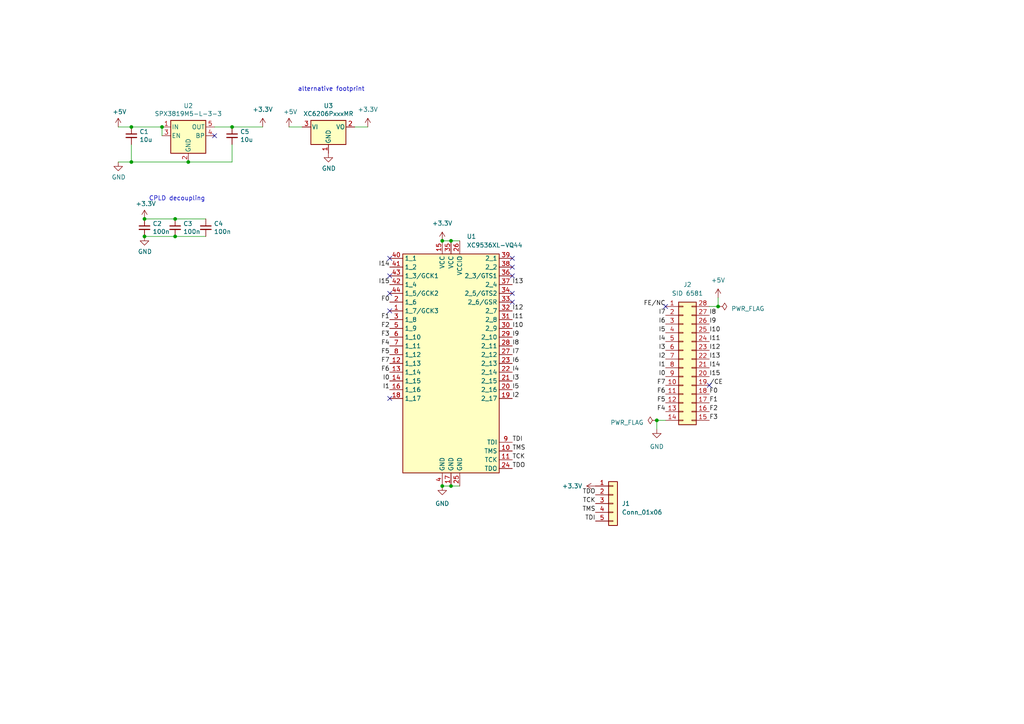
<source format=kicad_sch>
(kicad_sch (version 20230121) (generator eeschema)
  (paper "A4")
  (title_block (title "C64-PLA") (date "2023-02-19") (rev "v0.1") (company "FLACO 2023") (comment 1 "Adapted from https://github.com/1c3d1v3r/neatPLA"))
  (lib_symbols
    (symbol "Connector_Generic:Conn_01x05" (pin_names (offset 1.016) hide)
      (property "Reference" "J" (at 0 7.62 0))
      (property "Value" "Conn_01x05" (at 0 -7.62 0))
      (symbol "Conn_01x05_1_1"
        (rectangle (start -1.27 -4.953) (end 0 -5.207) (stroke (width 0.1524)))
        (rectangle (start -1.27 -2.413) (end 0 -2.667) (stroke (width 0.1524)))
        (rectangle (start -1.27 0.127) (end 0 -0.127) (stroke (width 0.1524)))
        (rectangle (start -1.27 2.667) (end 0 2.413) (stroke (width 0.1524)))
        (rectangle (start -1.27 5.207) (end 0 4.953) (stroke (width 0.1524)))
        (rectangle (start -1.27 6.35) (end 1.27 -6.35) (stroke (width 0.254)) (fill (type background)))
        (pin passive line (at -5.08 5.08 0) (length 3.81) (name "Pin_1") (number "1"))
        (pin passive line (at -5.08 2.54 0) (length 3.81) (name "Pin_2") (number "2"))
        (pin passive line (at -5.08 0 0) (length 3.81) (name "Pin_3") (number "3"))
        (pin passive line (at -5.08 -2.54 0) (length 3.81) (name "Pin_4") (number "4"))
        (pin passive line (at -5.08 -5.08 0) (length 3.81) (name "Pin_5") (number "5"))
      )
    )
    (symbol "Connector_Generic:Conn_02x14_Counter_Clockwise" (pin_names (offset 1.016) hide)
      (property "Reference" "J" (at 1.27 17.78 0))
      (property "Value" "Conn_02x14_Counter_Clockwise" (at 1.27 -20.32 0))
      (symbol "Conn_02x14_Counter_Clockwise_1_1"
        (rectangle (start -1.27 -17.653) (end 0 -17.907) (stroke (width 0.1524)))
        (rectangle (start -1.27 -15.113) (end 0 -15.367) (stroke (width 0.1524)))
        (rectangle (start -1.27 -12.573) (end 0 -12.827) (stroke (width 0.1524)))
        (rectangle (start -1.27 -10.033) (end 0 -10.287) (stroke (width 0.1524)))
        (rectangle (start -1.27 -7.493) (end 0 -7.747) (stroke (width 0.1524)))
        (rectangle (start -1.27 -4.953) (end 0 -5.207) (stroke (width 0.1524)))
        (rectangle (start -1.27 -2.413) (end 0 -2.667) (stroke (width 0.1524)))
        (rectangle (start -1.27 0.127) (end 0 -0.127) (stroke (width 0.1524)))
        (rectangle (start -1.27 2.667) (end 0 2.413) (stroke (width 0.1524)))
        (rectangle (start -1.27 5.207) (end 0 4.953) (stroke (width 0.1524)))
        (rectangle (start -1.27 7.747) (end 0 7.493) (stroke (width 0.1524)))
        (rectangle (start -1.27 10.287) (end 0 10.033) (stroke (width 0.1524)))
        (rectangle (start -1.27 12.827) (end 0 12.573) (stroke (width 0.1524)))
        (rectangle (start -1.27 15.367) (end 0 15.113) (stroke (width 0.1524)))
        (rectangle (start -1.27 16.51) (end 3.81 -19.05) (stroke (width 0.254)) (fill (type background)))
        (rectangle (start 3.81 -17.653) (end 2.54 -17.907) (stroke (width 0.1524)))
        (rectangle (start 3.81 -15.113) (end 2.54 -15.367) (stroke (width 0.1524)))
        (rectangle (start 3.81 -12.573) (end 2.54 -12.827) (stroke (width 0.1524)))
        (rectangle (start 3.81 -10.033) (end 2.54 -10.287) (stroke (width 0.1524)))
        (rectangle (start 3.81 -7.493) (end 2.54 -7.747) (stroke (width 0.1524)))
        (rectangle (start 3.81 -4.953) (end 2.54 -5.207) (stroke (width 0.1524)))
        (rectangle (start 3.81 -2.413) (end 2.54 -2.667) (stroke (width 0.1524)))
        (rectangle (start 3.81 0.127) (end 2.54 -0.127) (stroke (width 0.1524)))
        (rectangle (start 3.81 2.667) (end 2.54 2.413) (stroke (width 0.1524)))
        (rectangle (start 3.81 5.207) (end 2.54 4.953) (stroke (width 0.1524)))
        (rectangle (start 3.81 7.747) (end 2.54 7.493) (stroke (width 0.1524)))
        (rectangle (start 3.81 10.287) (end 2.54 10.033) (stroke (width 0.1524)))
        (rectangle (start 3.81 12.827) (end 2.54 12.573) (stroke (width 0.1524)))
        (rectangle (start 3.81 15.367) (end 2.54 15.113) (stroke (width 0.1524)))
        (pin passive line (at -5.08 15.24 0) (length 3.81) (name "Pin_1") (number "1"))
        (pin passive line (at -5.08 -7.62 0) (length 3.81) (name "Pin_10") (number "10"))
        (pin passive line (at -5.08 -10.16 0) (length 3.81) (name "Pin_11") (number "11"))
        (pin passive line (at -5.08 -12.7 0) (length 3.81) (name "Pin_12") (number "12"))
        (pin passive line (at -5.08 -15.24 0) (length 3.81) (name "Pin_13") (number "13"))
        (pin passive line (at -5.08 -17.78 0) (length 3.81) (name "Pin_14") (number "14"))
        (pin passive line (at 7.62 -17.78 180) (length 3.81) (name "Pin_15") (number "15"))
        (pin passive line (at 7.62 -15.24 180) (length 3.81) (name "Pin_16") (number "16"))
        (pin passive line (at 7.62 -12.7 180) (length 3.81) (name "Pin_17") (number "17"))
        (pin passive line (at 7.62 -10.16 180) (length 3.81) (name "Pin_18") (number "18"))
        (pin passive line (at 7.62 -7.62 180) (length 3.81) (name "Pin_19") (number "19"))
        (pin passive line (at -5.08 12.7 0) (length 3.81) (name "Pin_2") (number "2"))
        (pin passive line (at 7.62 -5.08 180) (length 3.81) (name "Pin_20") (number "20"))
        (pin passive line (at 7.62 -2.54 180) (length 3.81) (name "Pin_21") (number "21"))
        (pin passive line (at 7.62 0 180) (length 3.81) (name "Pin_22") (number "22"))
        (pin passive line (at 7.62 2.54 180) (length 3.81) (name "Pin_23") (number "23"))
        (pin passive line (at 7.62 5.08 180) (length 3.81) (name "Pin_24") (number "24"))
        (pin passive line (at 7.62 7.62 180) (length 3.81) (name "Pin_25") (number "25"))
        (pin passive line (at 7.62 10.16 180) (length 3.81) (name "Pin_26") (number "26"))
        (pin passive line (at 7.62 12.7 180) (length 3.81) (name "Pin_27") (number "27"))
        (pin passive line (at 7.62 15.24 180) (length 3.81) (name "Pin_28") (number "28"))
        (pin passive line (at -5.08 10.16 0) (length 3.81) (name "Pin_3") (number "3"))
        (pin passive line (at -5.08 7.62 0) (length 3.81) (name "Pin_4") (number "4"))
        (pin passive line (at -5.08 5.08 0) (length 3.81) (name "Pin_5") (number "5"))
        (pin passive line (at -5.08 2.54 0) (length 3.81) (name "Pin_6") (number "6"))
        (pin passive line (at -5.08 0 0) (length 3.81) (name "Pin_7") (number "7"))
        (pin passive line (at -5.08 -2.54 0) (length 3.81) (name "Pin_8") (number "8"))
        (pin passive line (at -5.08 -5.08 0) (length 3.81) (name "Pin_9") (number "9"))
      )
    )
    (symbol "Device:C_Small" (pin_numbers hide) (pin_names (offset 0.254) hide)
      (property "Reference" "C" (at 0.254 1.778 0))
      (property "Value" "C_Small" (at 0.254 -2.032 0))
      (symbol "C_Small_0_1"
        (polyline (pts (xy -1.524 -0.508) (xy 1.524 -0.508)) (stroke (width 0.3302)))
        (polyline (pts (xy -1.524 0.508) (xy 1.524 0.508)) (stroke (width 0.3048)))
      )
      (symbol "C_Small_1_1"
        (pin passive line (at 0 2.54 270) (length 2.032) (name "~") (number "1"))
        (pin passive line (at 0 -2.54 90) (length 2.032) (name "~") (number "2"))
      )
    )
    (symbol "Regulator_Linear:SPX3819M5-L-3-3" (pin_names (offset 0.254))
      (property "Reference" "U" (at -3.81 5.715 0))
      (property "Value" "SPX3819M5-L-3-3" (at 0 5.715 0))
      (symbol "SPX3819M5-L-3-3_0_1"
        (rectangle (start -5.08 4.445) (end 5.08 -5.08) (stroke (width 0.254)) (fill (type background)))
      )
      (symbol "SPX3819M5-L-3-3_1_1"
        (pin power_in line (at -7.62 2.54 0) (length 2.54) (name "IN") (number "1"))
        (pin power_in line (at 0 -7.62 90) (length 2.54) (name "GND") (number "2"))
        (pin input line (at -7.62 0 0) (length 2.54) (name "EN") (number "3"))
        (pin input line (at 7.62 0 180) (length 2.54) (name "BP") (number "4"))
        (pin power_out line (at 7.62 2.54 180) (length 2.54) (name "OUT") (number "5"))
      )
    )
    (symbol "Regulator_Linear:XC6206PxxxMR" (pin_names (offset 0.254))
      (property "Reference" "U" (at -3.81 3.175 0))
      (property "Value" "XC6206PxxxMR" (at 0 3.175 0))
      (symbol "XC6206PxxxMR_0_1"
        (rectangle (start -5.08 1.905) (end 5.08 -5.08) (stroke (width 0.254)) (fill (type background)))
      )
      (symbol "XC6206PxxxMR_1_1"
        (pin power_in line (at 0 -7.62 90) (length 2.54) (name "GND") (number "1"))
        (pin power_out line (at 7.62 0 180) (length 2.54) (name "VO") (number "2"))
        (pin power_in line (at -7.62 0 0) (length 2.54) (name "VI") (number "3"))
      )
    )
    (symbol "Sassa:XC9536XL-VQ44"
      (property "Reference" "U" (at -13.97 33.02 0))
      (property "Value" "XC9536XL-VQ44" (at -13.97 -33.02 0))
      (symbol "XC9536XL-VQ44_1_1"
        (rectangle (start -13.97 31.75) (end 13.97 -31.75) (stroke (width 0.254)) (fill (type background)))
        (pin bidirectional line (at -17.78 15.24 0) (length 3.81) (name "1_7/GCK3") (number "1"))
        (pin input line (at 17.78 -25.4 180) (length 3.81) (name "TMS") (number "10"))
        (pin input line (at 17.78 -27.94 180) (length 3.81) (name "TCK") (number "11"))
        (pin bidirectional line (at -17.78 0 0) (length 3.81) (name "1_13") (number "12"))
        (pin bidirectional line (at -17.78 -2.54 0) (length 3.81) (name "1_14") (number "13"))
        (pin bidirectional line (at -17.78 -5.08 0) (length 3.81) (name "1_15") (number "14"))
        (pin power_in line (at -2.54 35.56 270) (length 3.81) (name "VCC") (number "15"))
        (pin bidirectional line (at -17.78 -7.62 0) (length 3.81) (name "1_16") (number "16"))
        (pin power_in line (at 0 -35.56 90) (length 3.81) (name "GND") (number "17"))
        (pin bidirectional line (at -17.78 -10.16 0) (length 3.81) (name "1_17") (number "18"))
        (pin bidirectional line (at 17.78 -10.16 180) (length 3.81) (name "2_17") (number "19"))
        (pin bidirectional line (at -17.78 17.78 0) (length 3.81) (name "1_6") (number "2"))
        (pin bidirectional line (at 17.78 -7.62 180) (length 3.81) (name "2_16") (number "20"))
        (pin bidirectional line (at 17.78 -5.08 180) (length 3.81) (name "2_15") (number "21"))
        (pin bidirectional line (at 17.78 -2.54 180) (length 3.81) (name "2_14") (number "22"))
        (pin bidirectional line (at 17.78 0 180) (length 3.81) (name "2_13") (number "23"))
        (pin output line (at 17.78 -30.48 180) (length 3.81) (name "TDO") (number "24"))
        (pin power_in line (at 2.54 -35.56 90) (length 3.81) (name "GND") (number "25"))
        (pin power_in line (at 2.54 35.56 270) (length 3.81) (name "VCCIO") (number "26"))
        (pin bidirectional line (at 17.78 2.54 180) (length 3.81) (name "2_12") (number "27"))
        (pin bidirectional line (at 17.78 5.08 180) (length 3.81) (name "2_11") (number "28"))
        (pin bidirectional line (at 17.78 7.62 180) (length 3.81) (name "2_10") (number "29"))
        (pin bidirectional line (at -17.78 12.7 0) (length 3.81) (name "1_8") (number "3"))
        (pin bidirectional line (at 17.78 10.16 180) (length 3.81) (name "2_9") (number "30"))
        (pin bidirectional line (at 17.78 12.7 180) (length 3.81) (name "2_8") (number "31"))
        (pin bidirectional line (at 17.78 15.24 180) (length 3.81) (name "2_7") (number "32"))
        (pin bidirectional line (at 17.78 17.78 180) (length 3.81) (name "2_6/GSR") (number "33"))
        (pin bidirectional line (at 17.78 20.32 180) (length 3.81) (name "2_5/GTS2") (number "34"))
        (pin power_in line (at 0 35.56 270) (length 3.81) (name "VCC") (number "35"))
        (pin bidirectional line (at 17.78 25.4 180) (length 3.81) (name "2_3/GTS1") (number "36"))
        (pin bidirectional line (at 17.78 22.86 180) (length 3.81) (name "2_4") (number "37"))
        (pin bidirectional line (at 17.78 27.94 180) (length 3.81) (name "2_2") (number "38"))
        (pin bidirectional line (at 17.78 30.48 180) (length 3.81) (name "2_1") (number "39"))
        (pin power_in line (at -2.54 -35.56 90) (length 3.81) (name "GND") (number "4"))
        (pin bidirectional line (at -17.78 30.48 0) (length 3.81) (name "1_1") (number "40"))
        (pin bidirectional line (at -17.78 27.94 0) (length 3.81) (name "1_2") (number "41"))
        (pin bidirectional line (at -17.78 22.86 0) (length 3.81) (name "1_4") (number "42"))
        (pin bidirectional line (at -17.78 25.4 0) (length 3.81) (name "1_3/GCK1") (number "43"))
        (pin bidirectional line (at -17.78 20.32 0) (length 3.81) (name "1_5/GCK2") (number "44"))
        (pin bidirectional line (at -17.78 10.16 0) (length 3.81) (name "1_9") (number "5"))
        (pin bidirectional line (at -17.78 7.62 0) (length 3.81) (name "1_10") (number "6"))
        (pin bidirectional line (at -17.78 5.08 0) (length 3.81) (name "1_11") (number "7"))
        (pin bidirectional line (at -17.78 2.54 0) (length 3.81) (name "1_12") (number "8"))
        (pin input line (at 17.78 -22.86 180) (length 3.81) (name "TDI") (number "9"))
      )
    )
    (symbol "power:+3.3V" (power) (pin_names (offset 0))
      (property "Value" "+3.3V" (at 0 3.556 0))
      (symbol "+3.3V_0_1"
        (polyline (pts (xy -0.762 1.27) (xy 0 2.54)))
        (polyline (pts (xy 0 0) (xy 0 2.54)))
        (polyline (pts (xy 0 2.54) (xy 0.762 1.27)))
      )
      (symbol "+3.3V_1_1"
        (pin power_in line (at 0 0 90) (length 0) hide (name "+3.3V") (number "1"))
      )
    )
    (symbol "power:+5V" (power) (pin_names (offset 0))
      (property "Value" "+5V" (at 0 3.556 0))
      (symbol "+5V_0_1"
        (polyline (pts (xy -0.762 1.27) (xy 0 2.54)))
        (polyline (pts (xy 0 0) (xy 0 2.54)))
        (polyline (pts (xy 0 2.54) (xy 0.762 1.27)))
      )
      (symbol "+5V_1_1"
        (pin power_in line (at 0 0 90) (length 0) hide (name "+5V") (number "1"))
      )
    )
    (symbol "power:GND" (power) (pin_names (offset 0))
      (property "Value" "GND" (at 0 -3.81 0))
      (symbol "GND_0_1"
        (polyline (pts (xy 0 0) (xy 0 -1.27) (xy 1.27 -1.27) (xy 0 -2.54) (xy -1.27 -1.27) (xy 0 -1.27)))
      )
      (symbol "GND_1_1"
        (pin power_in line (at 0 0 270) (length 0) hide (name "GND") (number "1"))
      )
    )
    (symbol "power:PWR_FLAG" (power) (pin_numbers hide) (pin_names (offset 0) hide)
      (property "Value" "PWR_FLAG" (at 0 3.81 0))
      (symbol "PWR_FLAG_0_0"
        (pin power_out line (at 0 0 90) (length 0) (name "pwr") (number "1"))
      )
      (symbol "PWR_FLAG_0_1"
        (polyline (pts (xy 0 0) (xy 0 1.27) (xy -1.016 1.905) (xy 0 2.54) (xy 1.016 1.905) (xy 0 1.27)))
      )
    )
  )
  (junction (at 38.1 36.83))
  (junction (at 41.91 68.58))
  (junction (at 208.28 88.9))
  (junction (at 130.81 140.97))
  (junction (at 128.27 69.85))
  (junction (at 50.8 68.58))
  (junction (at 67.31 36.83))
  (junction (at 41.91 63.5))
  (junction (at 50.8 63.5))
  (junction (at 54.61 46.99))
  (junction (at 46.99 36.83))
  (junction (at 190.5 121.92))
  (junction (at 128.27 140.97))
  (junction (at 130.81 69.85))
  (junction (at 38.1 46.99))
  (no_connect (at 148.59 74.93))
  (no_connect (at 148.59 85.09))
  (no_connect (at 193.04 88.9))
  (no_connect (at 113.03 80.01))
  (no_connect (at 113.03 74.93))
  (no_connect (at 113.03 90.17))
  (no_connect (at 148.59 80.01))
  (no_connect (at 148.59 77.47))
  (no_connect (at 205.74 111.76))
  (no_connect (at 113.03 115.57))
  (no_connect (at 148.59 87.63))
  (no_connect (at 113.03 85.09))
  (no_connect (at 62.23 39.37))
  (wire (pts (xy 130.81 69.85) (xy 133.35 69.85)))
  (wire (pts (xy 62.23 36.83) (xy 67.31 36.83)))
  (wire (pts (xy 102.87 36.83) (xy 106.68 36.83)))
  (wire (pts (xy 67.31 36.83) (xy 76.2 36.83)))
  (wire (pts (xy 38.1 46.99) (xy 54.61 46.99)))
  (wire (pts (xy 128.27 140.97) (xy 130.81 140.97)))
  (wire (pts (xy 46.99 36.83) (xy 38.1 36.83)))
  (wire (pts (xy 190.5 121.92) (xy 190.5 124.46)))
  (wire (pts (xy 208.28 88.9) (xy 208.28 86.36)))
  (wire (pts (xy 38.1 36.83) (xy 34.29 36.83)))
  (wire (pts (xy 50.8 63.5) (xy 41.91 63.5)))
  (wire (pts (xy 67.31 41.91) (xy 67.31 46.99)))
  (wire (pts (xy 50.8 68.58) (xy 41.91 68.58)))
  (wire (pts (xy 193.04 121.92) (xy 190.5 121.92)))
  (wire (pts (xy 87.63 36.83) (xy 83.82 36.83)))
  (wire (pts (xy 59.69 63.5) (xy 50.8 63.5)))
  (wire (pts (xy 205.74 88.9) (xy 208.28 88.9)))
  (wire (pts (xy 67.31 46.99) (xy 54.61 46.99)))
  (wire (pts (xy 34.29 46.99) (xy 38.1 46.99)))
  (wire (pts (xy 46.99 39.37) (xy 46.99 36.83)))
  (wire (pts (xy 59.69 68.58) (xy 50.8 68.58)))
  (wire (pts (xy 38.1 41.91) (xy 38.1 46.99)))
  (wire (pts (xy 128.27 69.85) (xy 130.81 69.85)))
  (wire (pts (xy 130.81 140.97) (xy 133.35 140.97)))
  (text "CPLD decoupling" (at 43.18 58.42 0) (effects (font (size 1.27 1.27)) (justify left bottom)))
  (text "alternative footprint" (at 86.36 26.67 0) (effects (font (size 1.27 1.27)) (justify left bottom)))
  (label "I4" (at 193.04 99.06 180))
  (label "I3" (at 193.04 101.6 180))
  (label "I3" (at 148.59 110.49 0))
  (label "I11" (at 148.59 92.71 0))
  (label "I14" (at 205.74 106.68 0))
  (label "I5" (at 148.59 113.03 0))
  (label "I2" (at 193.04 104.14 180))
  (label "I12" (at 205.74 101.6 0))
  (label "I2" (at 148.59 115.57 0))
  (label "I15" (at 113.03 82.55 180))
  (label "F0" (at 205.74 114.3 0))
  (label "F2" (at 113.03 95.25 180))
  (label "TCK" (at 148.59 133.35 0))
  (label "I0" (at 113.03 110.49 180))
  (label "F7" (at 193.04 111.76 180))
  (label "TDI" (at 148.59 128.27 0))
  (label "I5" (at 193.04 96.52 180))
  (label "I8" (at 205.74 91.44 0))
  (label "I1" (at 193.04 106.68 180))
  (label "I11" (at 205.74 99.06 0))
  (label "F7" (at 113.03 105.41 180))
  (label "F2" (at 205.74 119.38 0))
  (label "F6" (at 113.03 107.95 180))
  (label "I0" (at 193.04 109.22 180))
  (label "F3" (at 113.03 97.79 180))
  (label "F4" (at 193.04 119.38 180))
  (label "TMS" (at 148.59 130.81 0))
  (label "FE{slash}NC" (at 193.04 88.9 180))
  (label "I7" (at 193.04 91.44 180))
  (label "I9" (at 205.74 93.98 0))
  (label "TCK" (at 172.72 146.05 180))
  (label "I6" (at 193.04 93.98 180))
  (label "I13" (at 148.59 82.55 0))
  (label "F3" (at 205.74 121.92 0))
  (label "F0" (at 113.03 87.63 180))
  (label "I7" (at 148.59 102.87 0))
  (label "I8" (at 148.59 100.33 0))
  (label "I9" (at 148.59 97.79 0))
  (label "TDO" (at 172.72 143.51 180))
  (label "I15" (at 205.74 109.22 0))
  (label "TMS" (at 172.72 148.59 180))
  (label "I14" (at 113.03 77.47 180))
  (label "I10" (at 148.59 95.25 0))
  (label "F1" (at 113.03 92.71 180))
  (label "F5" (at 193.04 116.84 180))
  (label "I13" (at 205.74 104.14 0))
  (label "F4" (at 113.03 100.33 180))
  (label "TDI" (at 172.72 151.13 180))
  (label "F6" (at 193.04 114.3 180))
  (label "I1" (at 113.03 113.03 180))
  (label "{slash}CE" (at 205.74 111.76 0))
  (label "I6" (at 148.59 105.41 0))
  (label "F5" (at 113.03 102.87 180))
  (label "F1" (at 205.74 116.84 0))
  (label "I4" (at 148.59 107.95 0))
  (label "I10" (at 205.74 96.52 0))
  (label "TDO" (at 148.59 135.89 0))
  (label "I12" (at 148.59 90.17 0))
  (symbol (lib_id "power:+5V") (at 83.82 36.83 0) (unit 1)
    (property "Reference" "#PWR06" (effects hide))
    (property "Value" "+5V" (at 84.201 32.4358 0))
  )
  (symbol (lib_id "power:GND") (at 41.91 68.58 0) (unit 1)
    (property "Reference" "#PWR04" (effects hide))
    (property "Value" "GND" (at 42.037 72.9742 0))
  )
  (symbol (lib_id "Regulator_Linear:SPX3819M5-L-3-3") (at 54.61 39.37 0) (unit 1)
    (property "Reference" "U2" (at 54.61 30.6832 0))
    (property "Value" "SPX3819M5-L-3-3" (at 54.61 32.9946 0))
    (property "Footprint" "Package_TO_SOT_SMD:SOT-23-5" (effects hide))
    (property "Datasheet" "https://www.exar.com/content/document.ashx?id=22106&languageid=1033&type=Datasheet&partnumber=SPX3819&filename=SPX3819.pdf&part=SPX3819" (effects hide))
  )
  (symbol (lib_id "Regulator_Linear:XC6206PxxxMR") (at 95.25 36.83 0) (unit 1)
    (property "Reference" "U3" (at 95.25 30.6832 0))
    (property "Value" "XC6206PxxxMR" (at 95.25 32.9946 0))
    (property "Footprint" "Sassa:SOT-23" (effects hide))
    (property "Datasheet" "https://www.torexsemi.com/file/xc6206/XC6206.pdf" (effects hide))
  )
  (symbol (lib_id "power:+5V") (at 34.29 36.83 0) (unit 1)
    (property "Reference" "#PWR01" (effects hide))
    (property "Value" "+5V" (at 34.671 32.4358 0))
  )
  (symbol (lib_id "power:PWR_FLAG") (at 208.28 88.9 270) (unit 1)
    (property "Reference" "#FLG02" (effects hide))
    (property "Value" "PWR_FLAG" (at 212.09 89.535 90) (effects (justify left)))
  )
  (symbol (lib_id "Device:C_Small") (at 41.91 66.04 0) (unit 1)
    (property "Reference" "C2" (at 44.2468 64.8716 0) (effects (justify left)))
    (property "Value" "100n" (at 44.2468 67.183 0) (effects (justify left)))
    (property "Footprint" "Capacitor_SMD:C_0805_2012Metric" (effects hide))
  )
  (symbol (lib_id "power:GND") (at 34.29 46.99 0) (unit 1)
    (property "Reference" "#PWR02" (effects hide))
    (property "Value" "GND" (at 34.417 51.3842 0))
  )
  (symbol (lib_id "Connector_Generic:Conn_01x05") (at 177.8 146.05 0) (unit 1)
    (property "Reference" "J1" (at 180.34 146.0499 0) (effects (justify left)))
    (property "Value" "Conn_01x06" (at 180.34 148.5899 0) (effects (justify left)))
    (property "Footprint" "Connector_PinHeader_2.54mm:PinHeader_1x05_P2.54mm_Vertical" (effects hide))
  )
  (symbol (lib_id "power:+3.3V") (at 41.91 63.5 0) (unit 1)
    (property "Reference" "#PWR03" (effects hide))
    (property "Value" "+3.3V" (at 42.291 59.1058 0))
  )
  (symbol (lib_id "Connector_Generic:Conn_02x14_Counter_Clockwise") (at 198.12 104.14 0) (unit 1)
    (property "Reference" "J2" (at 199.39 82.55 0))
    (property "Value" "SID 6581" (at 199.39 85.09 0))
    (property "Footprint" "Sassa:DIP-28_W15.24mm_BigPads1.4" (effects hide))
  )
  (symbol (lib_id "Device:C_Small") (at 67.31 39.37 0) (unit 1)
    (property "Reference" "C5" (at 69.6468 38.2016 0) (effects (justify left)))
    (property "Value" "10u" (at 69.6468 40.513 0) (effects (justify left)))
    (property "Footprint" "Capacitor_SMD:C_0805_2012Metric" (effects hide))
  )
  (symbol (lib_id "power:GND") (at 190.5 124.46 0) (unit 1)
    (property "Reference" "#PWR013" (effects hide))
    (property "Value" "GND" (at 190.5 129.54 0))
  )
  (symbol (lib_id "Sassa:XC9536XL-VQ44") (at 130.81 105.41 0) (unit 1)
    (property "Reference" "U1" (at 135.3694 68.58 0) (effects (justify left)))
    (property "Value" "XC9536XL-VQ44" (at 135.3694 71.12 0) (effects (justify left)))
    (property "Footprint" "Package_QFP:LQFP-44_10x10mm_P0.8mm" (effects hide))
    (property "Datasheet" "xilinx/xc9536xl.pdf" (effects hide))
  )
  (symbol (lib_id "Device:C_Small") (at 50.8 66.04 0) (unit 1)
    (property "Reference" "C3" (at 53.1368 64.8716 0) (effects (justify left)))
    (property "Value" "100n" (at 53.1368 67.183 0) (effects (justify left)))
    (property "Footprint" "Capacitor_SMD:C_0805_2012Metric" (effects hide))
  )
  (symbol (lib_id "power:+5V") (at 208.28 86.36 0) (unit 1)
    (property "Reference" "#PWR014" (effects hide))
    (property "Value" "+5V" (at 208.28 81.28 0))
  )
  (symbol (lib_id "Device:C_Small") (at 59.69 66.04 0) (unit 1)
    (property "Reference" "C4" (at 62.0268 64.8716 0) (effects (justify left)))
    (property "Value" "100n" (at 62.0268 67.183 0) (effects (justify left)))
    (property "Footprint" "Capacitor_SMD:C_0805_2012Metric" (effects hide))
  )
  (symbol (lib_id "Device:C_Small") (at 38.1 39.37 0) (unit 1)
    (property "Reference" "C1" (at 40.4368 38.2016 0) (effects (justify left)))
    (property "Value" "10u" (at 40.4368 40.513 0) (effects (justify left)))
    (property "Footprint" "Capacitor_SMD:C_0805_2012Metric" (effects hide))
  )
  (symbol (lib_id "power:PWR_FLAG") (at 190.5 121.92 90) (unit 1)
    (property "Reference" "#FLG01" (effects hide))
    (property "Value" "PWR_FLAG" (at 186.69 122.555 90) (effects (justify left)))
  )
  (symbol (lib_id "power:+3.3V") (at 76.2 36.83 0) (unit 1)
    (property "Reference" "#PWR0101" (effects hide))
    (property "Value" "+3.3V" (at 76.2 31.75 0))
  )
  (symbol (lib_id "power:GND") (at 95.25 44.45 0) (unit 1)
    (property "Reference" "#PWR07" (effects hide))
    (property "Value" "GND" (at 95.377 48.8442 0))
  )
  (symbol (lib_id "power:GND") (at 128.27 140.97 0) (unit 1)
    (property "Reference" "#PWR010" (effects hide))
    (property "Value" "GND" (at 128.27 146.05 0))
  )
  (symbol (lib_id "power:+3.3V") (at 128.27 69.85 0) (unit 1)
    (property "Reference" "#PWR09" (effects hide))
    (property "Value" "+3.3V" (at 128.27 64.77 0))
  )
  (symbol (lib_id "power:+3.3V") (at 172.72 140.97 90) (unit 1)
    (property "Reference" "#PWR011" (effects hide))
    (property "Value" "+3.3V" (at 168.91 140.9699 90) (effects (justify left)))
  )
  (symbol (lib_id "power:+3.3V") (at 106.68 36.83 0) (unit 1)
    (property "Reference" "#PWR0102" (effects hide))
    (property "Value" "+3.3V" (at 106.68 31.75 0))
  )
)
</source>
